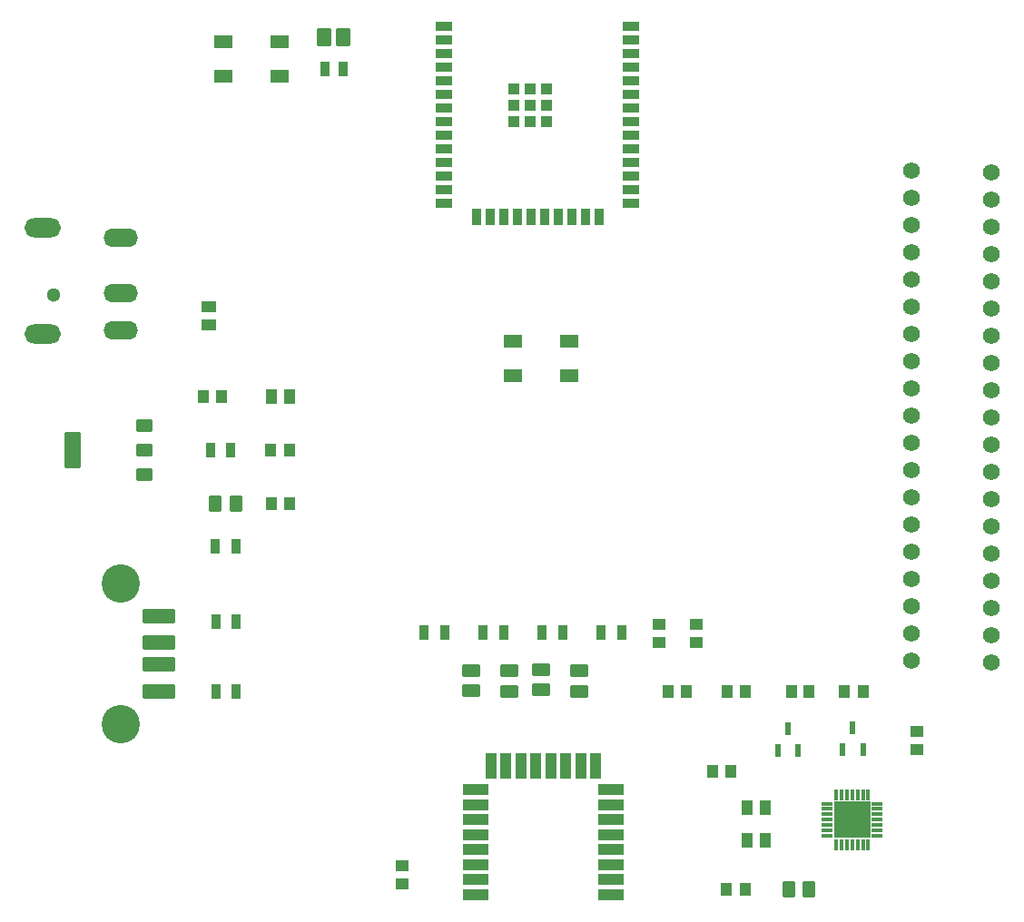
<source format=gts>
%TF.GenerationSoftware,KiCad,Pcbnew,8.0.3*%
%TF.CreationDate,2024-09-13T09:02:13-04:00*%
%TF.ProjectId,G7 Senior Design V2,47372053-656e-4696-9f72-204465736967,rev?*%
%TF.SameCoordinates,Original*%
%TF.FileFunction,Soldermask,Top*%
%TF.FilePolarity,Negative*%
%FSLAX46Y46*%
G04 Gerber Fmt 4.6, Leading zero omitted, Abs format (unit mm)*
G04 Created by KiCad (PCBNEW 8.0.3) date 2024-09-13 09:02:13*
%MOMM*%
%LPD*%
G01*
G04 APERTURE LIST*
G04 Aperture macros list*
%AMRoundRect*
0 Rectangle with rounded corners*
0 $1 Rounding radius*
0 $2 $3 $4 $5 $6 $7 $8 $9 X,Y pos of 4 corners*
0 Add a 4 corners polygon primitive as box body*
4,1,4,$2,$3,$4,$5,$6,$7,$8,$9,$2,$3,0*
0 Add four circle primitives for the rounded corners*
1,1,$1+$1,$2,$3*
1,1,$1+$1,$4,$5*
1,1,$1+$1,$6,$7*
1,1,$1+$1,$8,$9*
0 Add four rect primitives between the rounded corners*
20,1,$1+$1,$2,$3,$4,$5,0*
20,1,$1+$1,$4,$5,$6,$7,0*
20,1,$1+$1,$6,$7,$8,$9,0*
20,1,$1+$1,$8,$9,$2,$3,0*%
G04 Aperture macros list end*
%ADD10RoundRect,0.102000X-0.565000X-0.735000X0.565000X-0.735000X0.565000X0.735000X-0.565000X0.735000X0*%
%ADD11R,1.193800X1.016000*%
%ADD12R,1.016000X1.193800*%
%ADD13C,1.574800*%
%ADD14R,1.346200X1.117600*%
%ADD15R,0.812800X1.346200*%
%ADD16R,0.950000X1.400000*%
%ADD17RoundRect,0.102000X-0.775000X-0.500000X0.775000X-0.500000X0.775000X0.500000X-0.775000X0.500000X0*%
%ADD18R,1.005599X1.199998*%
%ADD19R,1.066800X1.219200*%
%ADD20RoundRect,0.102000X0.710000X-0.500000X0.710000X0.500000X-0.710000X0.500000X-0.710000X-0.500000X0*%
%ADD21C,1.300000*%
%ADD22O,3.204000X1.704000*%
%ADD23O,3.404000X1.804000*%
%ADD24R,2.438400X0.990600*%
%ADD25R,0.990600X2.438400*%
%ADD26R,1.117600X1.346200*%
%ADD27RoundRect,0.102000X-1.440000X0.560000X-1.440000X-0.560000X1.440000X-0.560000X1.440000X0.560000X0*%
%ADD28C,3.580000*%
%ADD29RoundRect,0.102000X-0.460000X-0.690000X0.460000X-0.690000X0.460000X0.690000X-0.460000X0.690000X0*%
%ADD30R,1.199998X1.005599*%
%ADD31R,0.558800X1.219200*%
%ADD32R,0.910000X1.390000*%
%ADD33R,1.498600X0.889000*%
%ADD34R,0.889000X1.498600*%
%ADD35R,1.041400X1.041400*%
%ADD36RoundRect,0.085050X0.671950X0.481950X-0.671950X0.481950X-0.671950X-0.481950X0.671950X-0.481950X0*%
%ADD37RoundRect,0.113550X0.643450X1.608450X-0.643450X1.608450X-0.643450X-1.608450X0.643450X-1.608450X0*%
%ADD38R,1.000000X0.300000*%
%ADD39R,0.300000X1.000000*%
%ADD40R,3.350000X3.350000*%
G04 APERTURE END LIST*
D10*
%TO.C,C19*%
X129718000Y-59000000D03*
X131500000Y-59000000D03*
%TD*%
D11*
%TO.C,R33*%
X161000000Y-113798200D03*
X161000000Y-115500000D03*
%TD*%
D12*
%TO.C,R32*%
X118500000Y-92500000D03*
X120201800Y-92500000D03*
%TD*%
D11*
%TO.C,R31*%
X164500000Y-113798200D03*
X164500000Y-115500000D03*
%TD*%
D13*
%TO.C,J4*%
X184500000Y-117200000D03*
X184500000Y-114660000D03*
X184500000Y-112120000D03*
X184500000Y-109580000D03*
X184500000Y-107040000D03*
X184500000Y-104500000D03*
X184500000Y-101960000D03*
X184500000Y-99420000D03*
X184500000Y-96880000D03*
X184500000Y-94340000D03*
X184500000Y-91800000D03*
X184500000Y-89260000D03*
X184500000Y-86720000D03*
X184500000Y-84180000D03*
X184500000Y-81640000D03*
X184500000Y-79100000D03*
X184500000Y-76560000D03*
X184500000Y-74020000D03*
X184500000Y-71480000D03*
%TD*%
%TO.C,J3*%
X192000000Y-117360000D03*
X192000000Y-114820000D03*
X192000000Y-112280000D03*
X192000000Y-109740000D03*
X192000000Y-107200000D03*
X192000000Y-104660000D03*
X192000000Y-102120000D03*
X192000000Y-99580000D03*
X192000000Y-97040000D03*
X192000000Y-94500000D03*
X192000000Y-91960000D03*
X192000000Y-89420000D03*
X192000000Y-86880000D03*
X192000000Y-84340000D03*
X192000000Y-81800000D03*
X192000000Y-79260000D03*
X192000000Y-76720000D03*
X192000000Y-74180000D03*
X192000000Y-71640000D03*
%TD*%
D14*
%TO.C,C1*%
X119000000Y-84149100D03*
X119000000Y-85850900D03*
%TD*%
D15*
%TO.C,R26*%
X119696600Y-120000000D03*
X121500000Y-120000000D03*
%TD*%
D16*
%TO.C,D2*%
X150100000Y-114500000D03*
X152000000Y-114500000D03*
%TD*%
D17*
%TO.C,S2*%
X120375000Y-59400000D03*
X125625000Y-59400000D03*
X120375000Y-62600000D03*
X125625000Y-62600000D03*
%TD*%
D18*
%TO.C,R11*%
X124794402Y-97500000D03*
X126500000Y-97500000D03*
%TD*%
D15*
%TO.C,R25*%
X119696600Y-113500000D03*
X121500000Y-113500000D03*
%TD*%
D16*
%TO.C,D1*%
X155600000Y-114500000D03*
X157500000Y-114500000D03*
%TD*%
D19*
%TO.C,C14*%
X173349000Y-120000000D03*
X175000000Y-120000000D03*
%TD*%
%TO.C,C22*%
X124849000Y-102500000D03*
X126500000Y-102500000D03*
%TD*%
D20*
%TO.C,R6*%
X143500000Y-119935000D03*
X143500000Y-118065000D03*
%TD*%
D21*
%TO.C,J2*%
X104500000Y-83000000D03*
D22*
X110800000Y-86300000D03*
X110800000Y-77700000D03*
X110800000Y-82900000D03*
D23*
X103500000Y-86700000D03*
X103500000Y-76800000D03*
%TD*%
D24*
%TO.C,U2*%
X156500000Y-139000000D03*
X156500000Y-137600001D03*
X156500000Y-136200001D03*
X156500000Y-134800001D03*
X156500000Y-133399999D03*
X156500000Y-131999999D03*
X156500000Y-130599999D03*
X156500000Y-129200000D03*
D25*
X155096101Y-126999998D03*
X153696102Y-126999998D03*
X152296102Y-126999998D03*
X150896102Y-126999998D03*
X149496100Y-126999998D03*
X148096100Y-126999998D03*
X146696100Y-126999998D03*
X145296101Y-126999998D03*
D24*
X143892202Y-129200000D03*
X143892202Y-130599999D03*
X143892202Y-131999999D03*
X143892202Y-133399999D03*
X143892202Y-134800001D03*
X143892202Y-136200001D03*
X143892202Y-137600001D03*
X143892202Y-139000000D03*
%TD*%
D26*
%TO.C,C31*%
X169174400Y-133894900D03*
X170876200Y-133894900D03*
%TD*%
D27*
%TO.C,J1*%
X114372500Y-113000000D03*
X114372500Y-115500000D03*
X114372500Y-117500000D03*
X114372500Y-120000000D03*
D28*
X110792500Y-109930000D03*
X110792500Y-123070000D03*
%TD*%
D29*
%TO.C,R2*%
X119590000Y-102500000D03*
X121500000Y-102500000D03*
%TD*%
D30*
%TO.C,R22*%
X185000000Y-123794402D03*
X185000000Y-125500000D03*
%TD*%
D16*
%TO.C,D3*%
X144600000Y-114500000D03*
X146500000Y-114500000D03*
%TD*%
D31*
%TO.C,Q1*%
X178099998Y-125500000D03*
X180000000Y-125500000D03*
X179049999Y-123458001D03*
%TD*%
D20*
%TO.C,R5*%
X153500000Y-120000000D03*
X153500000Y-118130000D03*
%TD*%
D30*
%TO.C,R15-1*%
X137000000Y-136294402D03*
X137000000Y-138000000D03*
%TD*%
D29*
%TO.C,R24*%
X173090000Y-138500000D03*
X175000000Y-138500000D03*
%TD*%
D19*
%TO.C,C3*%
X161849000Y-120000000D03*
X163500000Y-120000000D03*
%TD*%
D20*
%TO.C,R4*%
X150000000Y-119870000D03*
X150000000Y-118000000D03*
%TD*%
D18*
%TO.C,R23*%
X178294402Y-120000000D03*
X180000000Y-120000000D03*
%TD*%
D19*
%TO.C,C15*%
X167349000Y-120000000D03*
X169000000Y-120000000D03*
%TD*%
D32*
%TO.C,C20*%
X129860000Y-62000000D03*
X131500000Y-62000000D03*
%TD*%
D20*
%TO.C,R7*%
X147000000Y-120000000D03*
X147000000Y-118130000D03*
%TD*%
D17*
%TO.C,S1*%
X147375000Y-87400000D03*
X152625000Y-87400000D03*
X147375000Y-90600000D03*
X152625000Y-90600000D03*
%TD*%
D33*
%TO.C,U1*%
X140905000Y-58000000D03*
X140905000Y-59270000D03*
X140905000Y-60540000D03*
X140905000Y-61810000D03*
X140905000Y-63080000D03*
X140905000Y-64350000D03*
X140905000Y-65620000D03*
X140905000Y-66890000D03*
X140905000Y-68160000D03*
X140905000Y-69430000D03*
X140905000Y-70700000D03*
X140905000Y-71970000D03*
X140905000Y-73240000D03*
X140905000Y-74510000D03*
D34*
X143940000Y-75760000D03*
X145210000Y-75760000D03*
X146480000Y-75760000D03*
X147750000Y-75760000D03*
X149020000Y-75760000D03*
X150290000Y-75760000D03*
X151560000Y-75760000D03*
X152830000Y-75760000D03*
X154100000Y-75760000D03*
X155370000Y-75760000D03*
D33*
X158405000Y-74510000D03*
X158405000Y-73240000D03*
X158405000Y-71970000D03*
X158405000Y-70700000D03*
X158405000Y-69430000D03*
X158405000Y-68160000D03*
X158405000Y-66890000D03*
X158405000Y-65620000D03*
X158405000Y-64350000D03*
X158405000Y-63080000D03*
X158405000Y-61810000D03*
X158405000Y-60540000D03*
X158405000Y-59270000D03*
X158405000Y-58000000D03*
D35*
X148975000Y-65340000D03*
X147450000Y-63815000D03*
X147450000Y-65340000D03*
X147450000Y-66865000D03*
X148975000Y-66865000D03*
X150500000Y-66865000D03*
X150500000Y-65340000D03*
X150500000Y-63815000D03*
X148975000Y-63815000D03*
%TD*%
D18*
%TO.C,R21*%
X166000000Y-127500000D03*
X167705598Y-127500000D03*
%TD*%
D16*
%TO.C,D4*%
X139100000Y-114500000D03*
X141000000Y-114500000D03*
%TD*%
D36*
%TO.C,U3*%
X113000000Y-99790000D03*
X113000000Y-97500000D03*
X113000000Y-95210000D03*
D37*
X106310000Y-97500000D03*
%TD*%
D16*
%TO.C,LED1*%
X119600000Y-106500000D03*
X121500000Y-106500000D03*
%TD*%
D31*
%TO.C,Q2*%
X172049999Y-125520999D03*
X173950001Y-125520999D03*
X173000000Y-123479000D03*
%TD*%
D18*
%TO.C,R34*%
X167294402Y-138500000D03*
X169000000Y-138500000D03*
%TD*%
D38*
%TO.C,IC3*%
X176650000Y-130500000D03*
X176650000Y-131000000D03*
X176650000Y-131500000D03*
X176650000Y-132000000D03*
X176650000Y-132500000D03*
X176650000Y-133000000D03*
X176650000Y-133500000D03*
D39*
X177500000Y-134350000D03*
X178000000Y-134350000D03*
X178500000Y-134350000D03*
X179000000Y-134350000D03*
X179500000Y-134350000D03*
X180000000Y-134350000D03*
X180500000Y-134350000D03*
D38*
X181350000Y-133500000D03*
X181350000Y-133000000D03*
X181350000Y-132500000D03*
X181350000Y-132000000D03*
X181350000Y-131500000D03*
X181350000Y-131000000D03*
X181350000Y-130500000D03*
D39*
X180500000Y-129650000D03*
X180000000Y-129650000D03*
X179500000Y-129650000D03*
X179000000Y-129650000D03*
X178500000Y-129650000D03*
X178000000Y-129650000D03*
X177500000Y-129650000D03*
D40*
X179000000Y-132000000D03*
%TD*%
D15*
%TO.C,R0-1*%
X119196600Y-97500000D03*
X121000000Y-97500000D03*
%TD*%
D26*
%TO.C,C21*%
X169174400Y-130888300D03*
X170876200Y-130888300D03*
%TD*%
%TO.C,C3-22uF1*%
X124798200Y-92500000D03*
X126500000Y-92500000D03*
%TD*%
M02*

</source>
